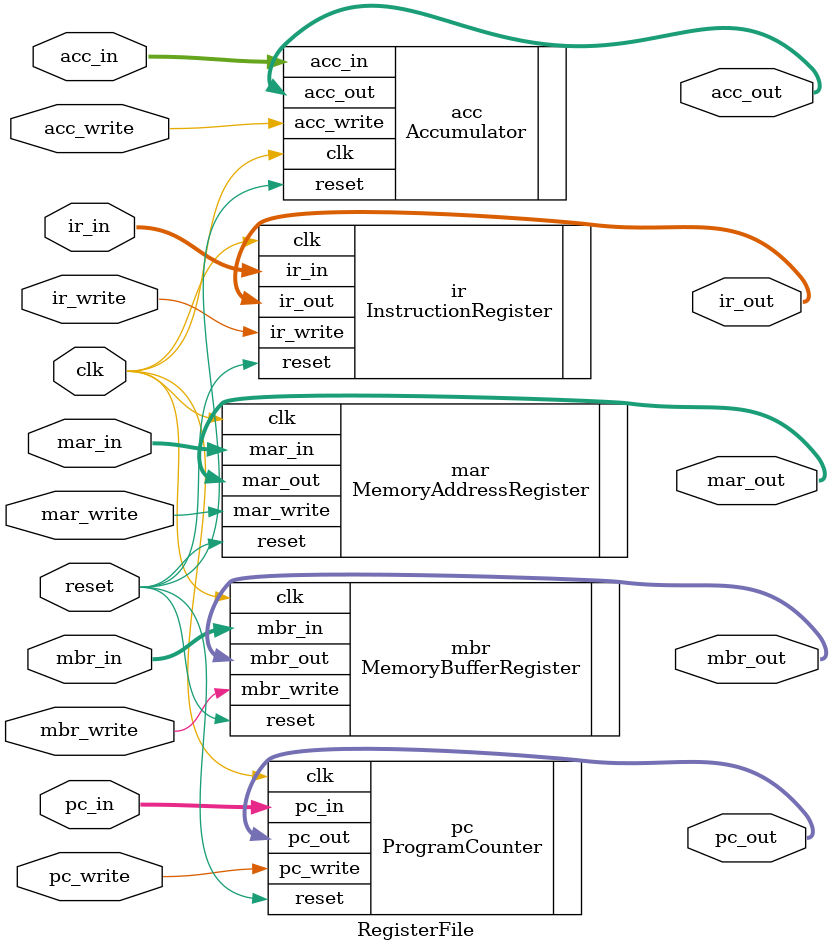
<source format=v>
module RegisterFile (
  input wire clk,
  input wire reset,
  input wire pc_write,
  input wire mar_write,
  input wire mbr_write,
  input wire ir_write,
  input wire acc_write,
  input wire [15:0] pc_in,
  input wire [15:0] mar_in,
  input wire [15:0] mbr_in,
  input wire [15:0] ir_in,
  input wire [15:0] acc_in,
  output wire [15:0] pc_out,
  output wire [15:0] mar_out,
  output wire [15:0] mbr_out,
  output wire [15:0] ir_out,
  output wire [15:0] acc_out
);
  ProgramCounter pc (.clk(clk), .reset(reset), .pc_write(pc_write), .pc_in(pc_in), .pc_out(pc_out));
  MemoryAddressRegister mar (.clk(clk), .reset(reset), .mar_write(mar_write), .mar_in(mar_in), .mar_out(mar_out));
  MemoryBufferRegister mbr (.clk(clk), .reset(reset), .mbr_write(mbr_write), .mbr_in(mbr_in), .mbr_out(mbr_out));
  InstructionRegister ir (.clk(clk), .reset(reset), .ir_write(ir_write), .ir_in(ir_in), .ir_out(ir_out));
  Accumulator acc (.clk(clk), .reset(reset), .acc_write(acc_write), .acc_in(acc_in), .acc_out(acc_out));
endmodule

</source>
